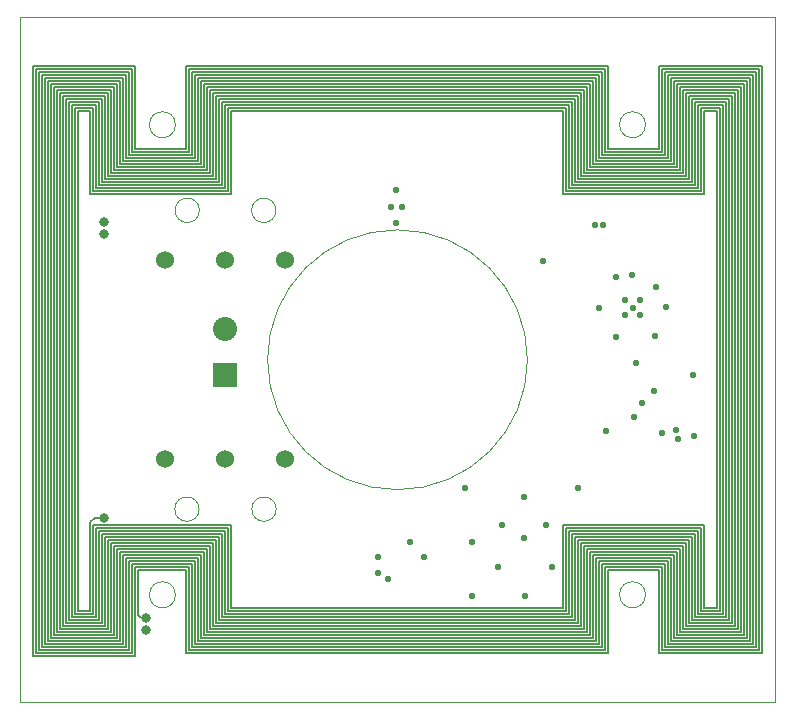
<source format=gbr>
%TF.GenerationSoftware,KiCad,Pcbnew,(5.1.4)-1*%
%TF.CreationDate,2019-10-25T20:54:22-07:00*%
%TF.ProjectId,solarpcd,736f6c61-7270-4636-942e-6b696361645f,rev?*%
%TF.SameCoordinates,Original*%
%TF.FileFunction,Copper,L3,Inr*%
%TF.FilePolarity,Positive*%
%FSLAX46Y46*%
G04 Gerber Fmt 4.6, Leading zero omitted, Abs format (unit mm)*
G04 Created by KiCad (PCBNEW (5.1.4)-1) date 2019-10-25 20:54:22*
%MOMM*%
%LPD*%
G04 APERTURE LIST*
%ADD10C,0.050000*%
%ADD11C,0.120000*%
%ADD12C,0.100000*%
%ADD13C,1.524000*%
%ADD14C,2.032000*%
%ADD15R,2.032000X2.032000*%
%ADD16C,0.584200*%
%ADD17C,0.800000*%
%ADD18C,0.127000*%
G04 APERTURE END LIST*
D10*
X156000000Y-99000000D02*
G75*
G03X156000000Y-99000000I-11000000J0D01*
G01*
X134727563Y-111650000D02*
G75*
G03X134727563Y-111650000I-1029563J0D01*
G01*
X128202563Y-111650000D02*
G75*
G03X128202563Y-111650000I-1029563J0D01*
G01*
X134704563Y-86350000D02*
G75*
G03X134704563Y-86350000I-1029563J0D01*
G01*
X128229563Y-86350000D02*
G75*
G03X128229563Y-86350000I-1029563J0D01*
G01*
X166000000Y-79100000D02*
G75*
G03X166000000Y-79100000I-1100000J0D01*
G01*
X126200000Y-79100000D02*
G75*
G03X126200000Y-79100000I-1100000J0D01*
G01*
X166000000Y-118900000D02*
G75*
G03X166000000Y-118900000I-1100000J0D01*
G01*
D11*
X126200000Y-118900000D02*
G75*
G03X126200000Y-118900000I-1100000J0D01*
G01*
D12*
X177000000Y-70000000D02*
X113000000Y-70000000D01*
X113000000Y-128000000D02*
X177000000Y-128000000D01*
X177000000Y-128000000D02*
X177000000Y-70000000D01*
X113000000Y-70000000D02*
X113000000Y-128000000D01*
D13*
X135509000Y-107442000D03*
X130429000Y-107442000D03*
X125349000Y-107442000D03*
X125349000Y-90551000D03*
X130429000Y-90551000D03*
X135509000Y-90551000D03*
D14*
X130429000Y-96398200D03*
D15*
X130429000Y-100253800D03*
D16*
X164934900Y-94604840D03*
X165541960Y-95211900D03*
X163512500Y-97091500D03*
X164272744Y-95204260D03*
X165517344Y-93934260D03*
X164272744Y-93934260D03*
X163507307Y-91983012D03*
X143383006Y-117094000D03*
X146018250Y-114458750D03*
X155796000Y-118966000D03*
X151296000Y-119038000D03*
X151296000Y-114466000D03*
X153543000Y-116586000D03*
X158115000Y-116586000D03*
X155702000Y-114109500D03*
X157543500Y-113030000D03*
X153860500Y-112966500D03*
X160274000Y-109855000D03*
X150749000Y-109855000D03*
X165227000Y-99314000D03*
X166878000Y-92837000D03*
X162623500Y-105029000D03*
X167376209Y-105218610D03*
X143383000Y-115697000D03*
X162088344Y-94594660D03*
X166751000Y-101663500D03*
X168592498Y-104965500D03*
X144208500Y-117601994D03*
X168783225Y-105728740D03*
X147256488Y-115697000D03*
X165735000Y-102679500D03*
X144907000Y-84645500D03*
X170116500Y-105473500D03*
X169989500Y-100266500D03*
X165036500Y-103886000D03*
X144907000Y-87439500D03*
D17*
X120142000Y-112395000D03*
X123698000Y-120904000D03*
X120142000Y-88392000D03*
X123698000Y-121920000D03*
X120142000Y-87376000D03*
D16*
X145415000Y-86042500D03*
X144462500Y-86042500D03*
X162369500Y-87566500D03*
X161734500Y-87566500D03*
X167767000Y-94551500D03*
X166814500Y-96964500D03*
X157353000Y-90614500D03*
X164882344Y-91825156D03*
X155702016Y-110617000D03*
D18*
X123063000Y-120594000D02*
X123500000Y-121031000D01*
X123063000Y-116840000D02*
X123063000Y-120594000D01*
X127127000Y-123825000D02*
X127127000Y-116840000D01*
X162814000Y-116840000D02*
X162814000Y-123825000D01*
X167132000Y-116840000D02*
X162814000Y-116840000D01*
X167132000Y-74168000D02*
X175895000Y-74168000D01*
X167132000Y-81153000D02*
X167132000Y-74168000D01*
X114173000Y-74168000D02*
X122809000Y-74168000D01*
X114173000Y-124079000D02*
X114173000Y-74168000D01*
X122809000Y-124079000D02*
X114173000Y-124079000D01*
X162560000Y-123571000D02*
X127381000Y-123571000D01*
X175895000Y-74168000D02*
X175895000Y-123825000D01*
X167386000Y-116586000D02*
X162560000Y-116586000D01*
X175641000Y-123571000D02*
X167386000Y-123571000D01*
X162560000Y-81407000D02*
X167386000Y-81407000D01*
X162560000Y-74422000D02*
X162560000Y-81407000D01*
X127381000Y-74422000D02*
X162560000Y-74422000D01*
X122555000Y-81407000D02*
X127381000Y-81407000D01*
X122555000Y-74422000D02*
X122555000Y-81407000D01*
X114427000Y-74422000D02*
X122555000Y-74422000D01*
X114427000Y-123825000D02*
X114427000Y-74422000D01*
X127635000Y-123317000D02*
X127635000Y-116332000D01*
X167640000Y-116332000D02*
X162306000Y-116332000D01*
X167640000Y-123317000D02*
X167640000Y-116332000D01*
X175387000Y-74676000D02*
X175387000Y-123317000D01*
X167640000Y-74676000D02*
X175387000Y-74676000D01*
X162560000Y-116586000D02*
X162560000Y-123571000D01*
X167640000Y-81661000D02*
X167640000Y-74676000D01*
X162306000Y-81661000D02*
X167640000Y-81661000D01*
X114681000Y-123571000D02*
X114681000Y-74676000D01*
X122301000Y-116078000D02*
X122301000Y-123571000D01*
X127889000Y-116078000D02*
X122301000Y-116078000D01*
X127889000Y-123063000D02*
X127889000Y-116078000D01*
X162052000Y-123063000D02*
X127889000Y-123063000D01*
X175133000Y-74930000D02*
X175133000Y-123063000D01*
X162052000Y-81915000D02*
X167894000Y-81915000D01*
X127889000Y-81915000D02*
X127889000Y-74930000D01*
X114935000Y-123317000D02*
X114935000Y-74930000D01*
X122047000Y-123317000D02*
X114935000Y-123317000D01*
X167894000Y-81915000D02*
X167894000Y-74930000D01*
X122047000Y-115824000D02*
X122047000Y-123317000D01*
X128143000Y-115824000D02*
X122047000Y-115824000D01*
X128143000Y-122809000D02*
X128143000Y-115824000D01*
X168148000Y-115824000D02*
X161798000Y-115824000D01*
X168148000Y-122809000D02*
X168148000Y-115824000D01*
X174879000Y-75184000D02*
X174879000Y-122809000D01*
X161798000Y-82169000D02*
X168148000Y-82169000D01*
X128143000Y-75184000D02*
X161798000Y-75184000D01*
X128143000Y-82169000D02*
X128143000Y-75184000D01*
X121793000Y-82169000D02*
X128143000Y-82169000D01*
X161798000Y-75184000D02*
X161798000Y-82169000D01*
X121793000Y-75184000D02*
X121793000Y-82169000D01*
X115189000Y-75184000D02*
X121793000Y-75184000D01*
X121793000Y-123063000D02*
X115189000Y-123063000D01*
X121793000Y-115570000D02*
X121793000Y-123063000D01*
X128397000Y-122555000D02*
X128397000Y-115570000D01*
X161544000Y-115570000D02*
X161544000Y-122555000D01*
X168402000Y-115570000D02*
X161544000Y-115570000D01*
X168402000Y-122555000D02*
X168402000Y-115570000D01*
X174625000Y-75438000D02*
X174625000Y-122555000D01*
X168402000Y-75438000D02*
X174625000Y-75438000D01*
X127889000Y-74930000D02*
X162052000Y-74930000D01*
X161544000Y-82423000D02*
X168402000Y-82423000D01*
X175133000Y-123063000D02*
X167894000Y-123063000D01*
X161544000Y-75438000D02*
X161544000Y-82423000D01*
X127381000Y-123571000D02*
X127381000Y-116586000D01*
X128397000Y-82423000D02*
X128397000Y-75438000D01*
X121539000Y-122809000D02*
X115443000Y-122809000D01*
X121539000Y-115316000D02*
X121539000Y-122809000D01*
X128651000Y-115316000D02*
X121539000Y-115316000D01*
X128651000Y-122301000D02*
X128651000Y-115316000D01*
X161290000Y-122301000D02*
X128651000Y-122301000D01*
X168656000Y-115316000D02*
X161290000Y-115316000D01*
X167894000Y-116078000D02*
X162052000Y-116078000D01*
X168656000Y-122301000D02*
X168656000Y-115316000D01*
X174371000Y-75692000D02*
X174371000Y-122301000D01*
X168656000Y-75692000D02*
X174371000Y-75692000D01*
X161290000Y-82677000D02*
X168656000Y-82677000D01*
X167132000Y-123825000D02*
X167132000Y-116840000D01*
X161290000Y-75692000D02*
X161290000Y-82677000D01*
X121285000Y-75692000D02*
X121285000Y-82677000D01*
X115697000Y-75692000D02*
X121285000Y-75692000D01*
X121285000Y-122555000D02*
X115697000Y-122555000D01*
X128905000Y-115062000D02*
X121285000Y-115062000D01*
X128905000Y-122047000D02*
X128905000Y-115062000D01*
X161036000Y-122047000D02*
X128905000Y-122047000D01*
X168910000Y-122047000D02*
X168910000Y-115062000D01*
X168910000Y-82931000D02*
X168910000Y-75946000D01*
X161036000Y-75946000D02*
X161036000Y-82931000D01*
X128905000Y-82931000D02*
X128905000Y-75946000D01*
X121031000Y-82931000D02*
X128905000Y-82931000D01*
X121031000Y-75946000D02*
X121031000Y-82931000D01*
X115951000Y-75946000D02*
X121031000Y-75946000D01*
X115951000Y-122301000D02*
X115951000Y-75946000D01*
X175641000Y-74422000D02*
X175641000Y-123571000D01*
X121031000Y-122301000D02*
X115951000Y-122301000D01*
X129159000Y-114808000D02*
X121031000Y-114808000D01*
X129159000Y-121793000D02*
X129159000Y-114808000D01*
X160782000Y-114808000D02*
X160782000Y-121793000D01*
X169164000Y-114808000D02*
X160782000Y-114808000D01*
X169164000Y-121793000D02*
X169164000Y-114808000D01*
X160782000Y-121793000D02*
X129159000Y-121793000D01*
X173863000Y-121793000D02*
X169164000Y-121793000D01*
X122301000Y-74676000D02*
X122301000Y-81661000D01*
X169164000Y-76200000D02*
X173863000Y-76200000D01*
X169164000Y-83185000D02*
X169164000Y-76200000D01*
X160782000Y-83185000D02*
X169164000Y-83185000D01*
X127635000Y-74676000D02*
X162306000Y-74676000D01*
X160782000Y-76200000D02*
X160782000Y-83185000D01*
X129159000Y-76200000D02*
X160782000Y-76200000D01*
X129159000Y-83185000D02*
X129159000Y-76200000D01*
X116205000Y-76200000D02*
X120777000Y-76200000D01*
X116205000Y-122047000D02*
X116205000Y-76200000D01*
X120777000Y-114554000D02*
X120777000Y-122047000D01*
X122555000Y-123825000D02*
X114427000Y-123825000D01*
X129413000Y-121539000D02*
X129413000Y-114554000D01*
X160528000Y-121539000D02*
X129413000Y-121539000D01*
X173609000Y-121539000D02*
X169418000Y-121539000D01*
X169418000Y-83439000D02*
X169418000Y-76454000D01*
X127127000Y-81153000D02*
X127127000Y-74168000D01*
X160528000Y-83439000D02*
X169418000Y-83439000D01*
X160528000Y-76454000D02*
X160528000Y-83439000D01*
X129413000Y-76454000D02*
X160528000Y-76454000D01*
X129413000Y-83439000D02*
X129413000Y-76454000D01*
X116459000Y-121793000D02*
X116459000Y-76454000D01*
X160274000Y-121285000D02*
X129667000Y-121285000D01*
X160274000Y-114300000D02*
X160274000Y-121285000D01*
X169672000Y-114300000D02*
X160274000Y-114300000D01*
X174879000Y-122809000D02*
X168148000Y-122809000D01*
X173355000Y-121285000D02*
X169672000Y-121285000D01*
X168910000Y-115062000D02*
X161036000Y-115062000D01*
X173355000Y-76708000D02*
X173355000Y-121285000D01*
X169672000Y-76708000D02*
X173355000Y-76708000D01*
X162814000Y-81153000D02*
X167132000Y-81153000D01*
X119507000Y-77470000D02*
X119507000Y-84455000D01*
X129667000Y-76708000D02*
X160274000Y-76708000D01*
X120269000Y-83693000D02*
X129667000Y-83693000D01*
X115189000Y-123063000D02*
X115189000Y-75184000D01*
X129921000Y-114046000D02*
X120269000Y-114046000D01*
X173101000Y-76962000D02*
X173101000Y-121031000D01*
X120523000Y-114300000D02*
X120523000Y-121793000D01*
X169926000Y-83947000D02*
X169926000Y-76962000D01*
X116713000Y-76708000D02*
X120269000Y-76708000D01*
X160020000Y-76962000D02*
X160020000Y-83947000D01*
X129921000Y-76962000D02*
X160020000Y-76962000D01*
X120015000Y-83947000D02*
X129921000Y-83947000D01*
X116967000Y-76962000D02*
X120015000Y-76962000D01*
X129921000Y-83947000D02*
X129921000Y-76962000D01*
X130175000Y-113792000D02*
X120015000Y-113792000D01*
X159766000Y-113792000D02*
X159766000Y-120777000D01*
X172847000Y-120777000D02*
X170180000Y-120777000D01*
X168656000Y-82677000D02*
X168656000Y-75692000D01*
X159766000Y-84201000D02*
X170180000Y-84201000D01*
X159766000Y-77216000D02*
X159766000Y-84201000D01*
X119761000Y-77216000D02*
X119761000Y-84201000D01*
X117221000Y-121031000D02*
X117221000Y-77216000D01*
X170434000Y-113538000D02*
X159512000Y-113538000D01*
X120015000Y-121285000D02*
X116967000Y-121285000D01*
X172593000Y-120523000D02*
X170434000Y-120523000D01*
X170434000Y-77470000D02*
X172593000Y-77470000D01*
X170434000Y-84455000D02*
X170434000Y-77470000D01*
X159512000Y-84455000D02*
X170434000Y-84455000D01*
X130429000Y-84455000D02*
X130429000Y-77470000D01*
X119507000Y-84455000D02*
X130429000Y-84455000D01*
X117475000Y-120777000D02*
X117475000Y-77470000D01*
X130683000Y-113284000D02*
X119507000Y-113284000D01*
X169418000Y-114554000D02*
X160528000Y-114554000D01*
X130683000Y-120269000D02*
X130683000Y-113284000D01*
X161036000Y-82931000D02*
X168910000Y-82931000D01*
X159258000Y-120269000D02*
X130683000Y-120269000D01*
X159258000Y-113284000D02*
X159258000Y-120269000D01*
X172339000Y-77724000D02*
X172339000Y-120269000D01*
X114681000Y-74676000D02*
X122301000Y-74676000D01*
X170688000Y-77724000D02*
X172339000Y-77724000D01*
X159258000Y-77724000D02*
X159258000Y-84709000D01*
X130683000Y-77724000D02*
X159258000Y-77724000D01*
X168402000Y-82423000D02*
X168402000Y-75438000D01*
X120015000Y-76962000D02*
X120015000Y-83947000D01*
X120523000Y-76454000D02*
X120523000Y-83439000D01*
X117729000Y-77724000D02*
X119253000Y-77724000D01*
X119253000Y-113030000D02*
X119253000Y-120523000D01*
X129413000Y-114554000D02*
X120777000Y-114554000D01*
X130937000Y-113030000D02*
X119253000Y-113030000D01*
X169418000Y-76454000D02*
X173609000Y-76454000D01*
X161290000Y-115316000D02*
X161290000Y-122301000D01*
X162306000Y-123317000D02*
X127635000Y-123317000D01*
X159766000Y-120777000D02*
X130175000Y-120777000D01*
X167894000Y-74930000D02*
X175133000Y-74930000D01*
X173609000Y-76454000D02*
X173609000Y-121539000D01*
X115697000Y-122555000D02*
X115697000Y-75692000D01*
X167386000Y-123571000D02*
X167386000Y-116586000D01*
X122301000Y-81661000D02*
X127635000Y-81661000D01*
X175387000Y-123317000D02*
X167640000Y-123317000D01*
X162306000Y-74676000D02*
X162306000Y-81661000D01*
X128397000Y-75438000D02*
X161544000Y-75438000D01*
X170180000Y-120777000D02*
X170180000Y-113792000D01*
X119761000Y-84201000D02*
X130175000Y-84201000D01*
X167386000Y-74422000D02*
X175641000Y-74422000D01*
X120523000Y-121793000D02*
X116459000Y-121793000D01*
X119507000Y-113284000D02*
X119507000Y-120777000D01*
X167386000Y-81407000D02*
X167386000Y-74422000D01*
X170180000Y-84201000D02*
X170180000Y-77216000D01*
X174117000Y-122047000D02*
X168910000Y-122047000D01*
X129667000Y-121285000D02*
X129667000Y-114300000D01*
X173101000Y-121031000D02*
X169926000Y-121031000D01*
X162814000Y-74168000D02*
X162814000Y-81153000D01*
X117475000Y-77470000D02*
X119507000Y-77470000D01*
X122555000Y-116332000D02*
X122555000Y-123825000D01*
X127635000Y-81661000D02*
X127635000Y-74676000D01*
X169672000Y-83693000D02*
X169672000Y-76708000D01*
X130175000Y-84201000D02*
X130175000Y-77216000D01*
X114935000Y-74930000D02*
X122047000Y-74930000D01*
X119507000Y-120777000D02*
X117475000Y-120777000D01*
X122047000Y-81915000D02*
X127889000Y-81915000D01*
X127381000Y-81407000D02*
X127381000Y-74422000D01*
X169672000Y-121285000D02*
X169672000Y-114300000D01*
X170688000Y-84709000D02*
X170688000Y-77724000D01*
X169926000Y-121031000D02*
X169926000Y-114046000D01*
X116713000Y-121539000D02*
X116713000Y-76708000D01*
X130429000Y-77470000D02*
X159512000Y-77470000D01*
X159258000Y-84709000D02*
X170688000Y-84709000D01*
X160020000Y-121031000D02*
X129921000Y-121031000D01*
X119253000Y-120523000D02*
X117729000Y-120523000D01*
X162306000Y-116332000D02*
X162306000Y-123317000D01*
X160274000Y-83693000D02*
X169672000Y-83693000D01*
X119253000Y-77724000D02*
X119253000Y-84709000D01*
X168148000Y-75184000D02*
X174879000Y-75184000D01*
X170688000Y-120269000D02*
X170688000Y-113284000D01*
X121539000Y-82423000D02*
X128397000Y-82423000D01*
X120269000Y-121539000D02*
X116713000Y-121539000D01*
X161036000Y-115062000D02*
X161036000Y-122047000D01*
X172847000Y-77216000D02*
X172847000Y-120777000D01*
X162052000Y-116078000D02*
X162052000Y-123063000D01*
X128905000Y-75946000D02*
X161036000Y-75946000D01*
X127127000Y-116840000D02*
X123063000Y-116840000D01*
X130175000Y-120777000D02*
X130175000Y-113792000D01*
X119761000Y-121031000D02*
X117221000Y-121031000D01*
X162052000Y-74930000D02*
X162052000Y-81915000D01*
X161798000Y-115824000D02*
X161798000Y-122809000D01*
X168148000Y-82169000D02*
X168148000Y-75184000D01*
X130429000Y-113538000D02*
X119761000Y-113538000D01*
X115443000Y-75438000D02*
X121539000Y-75438000D01*
X120777000Y-76200000D02*
X120777000Y-83185000D01*
X120777000Y-122047000D02*
X116205000Y-122047000D01*
X170180000Y-77216000D02*
X172847000Y-77216000D01*
X173863000Y-76200000D02*
X173863000Y-121793000D01*
X122301000Y-123571000D02*
X114681000Y-123571000D01*
X169418000Y-121539000D02*
X169418000Y-114554000D01*
X121285000Y-82677000D02*
X128651000Y-82677000D01*
X130429000Y-120523000D02*
X130429000Y-113538000D01*
X121031000Y-114808000D02*
X121031000Y-122301000D01*
X120015000Y-113792000D02*
X120015000Y-121285000D01*
X119253000Y-84709000D02*
X130683000Y-84709000D01*
X128651000Y-82677000D02*
X128651000Y-75692000D01*
X160020000Y-114046000D02*
X160020000Y-121031000D01*
X159512000Y-120523000D02*
X130429000Y-120523000D01*
X161544000Y-122555000D02*
X128397000Y-122555000D01*
X162814000Y-123825000D02*
X127127000Y-123825000D01*
X168910000Y-75946000D02*
X174117000Y-75946000D01*
X160274000Y-76708000D02*
X160274000Y-83693000D01*
X170434000Y-120523000D02*
X170434000Y-113538000D01*
X174371000Y-122301000D02*
X168656000Y-122301000D01*
X129667000Y-114300000D02*
X120523000Y-114300000D01*
X129667000Y-83693000D02*
X129667000Y-76708000D01*
X116459000Y-76454000D02*
X120523000Y-76454000D01*
X128651000Y-75692000D02*
X161290000Y-75692000D01*
X161798000Y-122809000D02*
X128143000Y-122809000D01*
X120777000Y-83185000D02*
X129159000Y-83185000D01*
X127127000Y-74168000D02*
X162814000Y-74168000D01*
X127381000Y-116586000D02*
X122809000Y-116586000D01*
X130175000Y-77216000D02*
X159766000Y-77216000D01*
X121285000Y-115062000D02*
X121285000Y-122555000D01*
X169926000Y-76962000D02*
X173101000Y-76962000D01*
X172593000Y-77470000D02*
X172593000Y-120523000D01*
X175895000Y-123825000D02*
X167132000Y-123825000D01*
X122809000Y-116586000D02*
X122809000Y-124079000D01*
X120523000Y-83439000D02*
X129413000Y-83439000D01*
X122047000Y-74930000D02*
X122047000Y-81915000D01*
X121539000Y-75438000D02*
X121539000Y-82423000D01*
X116967000Y-121285000D02*
X116967000Y-76962000D01*
X120269000Y-76708000D02*
X120269000Y-83693000D01*
X128397000Y-115570000D02*
X121793000Y-115570000D01*
X120269000Y-114046000D02*
X120269000Y-121539000D01*
X122809000Y-74168000D02*
X122809000Y-81153000D01*
X160528000Y-114554000D02*
X160528000Y-121539000D01*
X129921000Y-121031000D02*
X129921000Y-114046000D01*
X170688000Y-113284000D02*
X159258000Y-113284000D01*
X127635000Y-116332000D02*
X122555000Y-116332000D01*
X117221000Y-77216000D02*
X119761000Y-77216000D01*
X174117000Y-75946000D02*
X174117000Y-122047000D01*
X174625000Y-122555000D02*
X168402000Y-122555000D01*
X130683000Y-84709000D02*
X130683000Y-77724000D01*
X159512000Y-77470000D02*
X159512000Y-84455000D01*
X170180000Y-113792000D02*
X159766000Y-113792000D01*
X160020000Y-83947000D02*
X169926000Y-83947000D01*
X119761000Y-113538000D02*
X119761000Y-121031000D01*
X169926000Y-114046000D02*
X160020000Y-114046000D01*
X130937000Y-120015000D02*
X130937000Y-113030000D01*
X167894000Y-123063000D02*
X167894000Y-116078000D01*
X159512000Y-113538000D02*
X159512000Y-120523000D01*
X172339000Y-120269000D02*
X170688000Y-120269000D01*
X115443000Y-122809000D02*
X115443000Y-75438000D01*
X117729000Y-120523000D02*
X117729000Y-77724000D01*
X122809000Y-81153000D02*
X127127000Y-81153000D01*
X123500000Y-121031000D02*
X123500000Y-121031000D01*
X159004000Y-120015000D02*
X130937000Y-120015000D01*
X159004000Y-113030000D02*
X159004000Y-120015000D01*
X170942000Y-113030000D02*
X159004000Y-113030000D01*
X170942000Y-120015000D02*
X170942000Y-113030000D01*
X172085000Y-120015000D02*
X170942000Y-120015000D01*
X172085000Y-77978000D02*
X172085000Y-120015000D01*
X170942000Y-77978000D02*
X172085000Y-77978000D01*
X170942000Y-84963000D02*
X170942000Y-77978000D01*
X159004000Y-84963000D02*
X170942000Y-84963000D01*
X159004000Y-77978000D02*
X159004000Y-84963000D01*
X130937000Y-77978000D02*
X159004000Y-77978000D01*
X130937000Y-84963000D02*
X130937000Y-77978000D01*
X118999000Y-84963000D02*
X130937000Y-84963000D01*
X118999000Y-77978000D02*
X118999000Y-84963000D01*
X117983000Y-77978000D02*
X118999000Y-77978000D01*
X117983000Y-120269000D02*
X117983000Y-77978000D01*
X118999000Y-120269000D02*
X117983000Y-120269000D01*
X118999000Y-112776000D02*
X118999000Y-120269000D01*
X119380000Y-112395000D02*
X120142000Y-112395000D01*
X118999000Y-112776000D02*
X119380000Y-112395000D01*
M02*

</source>
